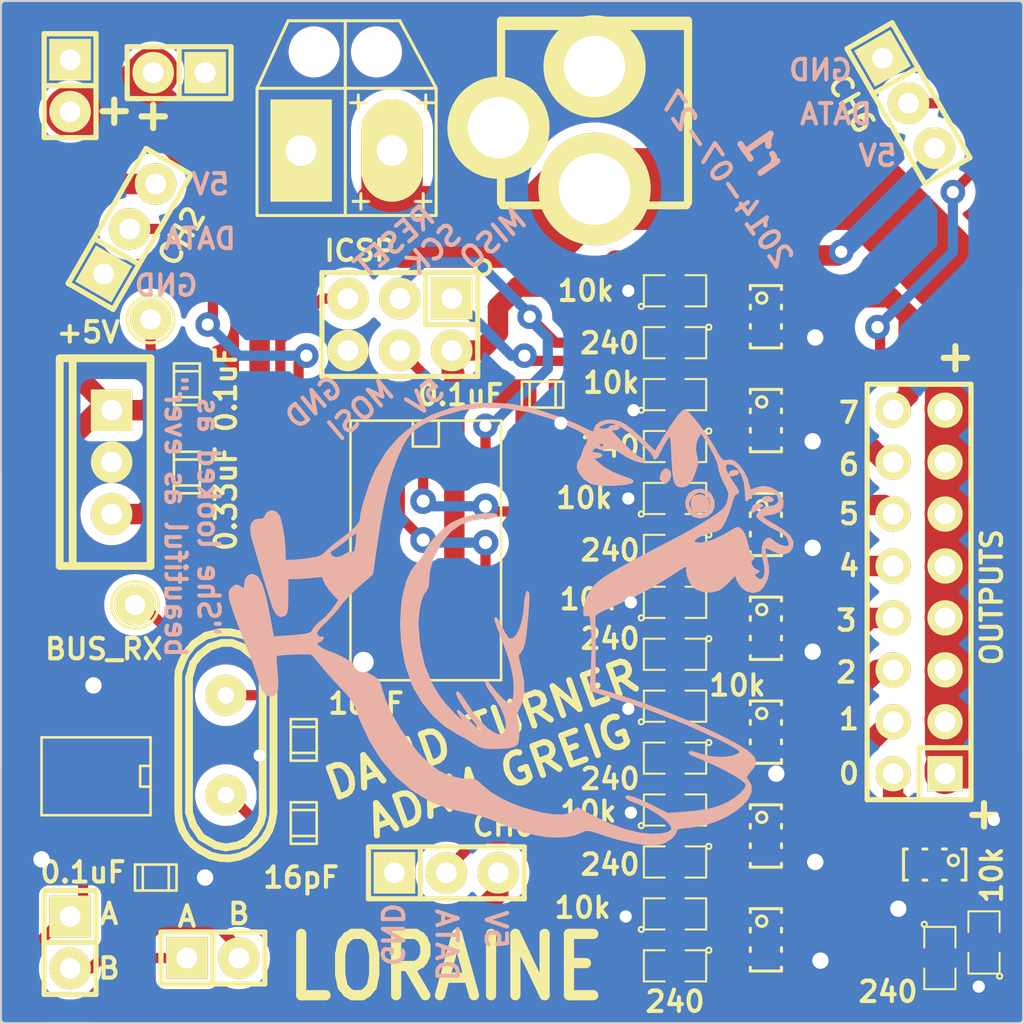
<source format=kicad_pcb>
(kicad_pcb (version 20221018) (generator pcbnew)
  (layers (0 "F.Cu" signal) (31 "B.Cu" signal) (34 "B.Paste" user) (35 "F.Paste" user) (36 "B.SilkS" user "B.Silkscreen") (37 "F.SilkS" user "F.Silkscreen") (38 "B.Mask" user) (39 "F.Mask" user) (44 "Edge.Cuts" user))
  (net 0 "")
  (net 1 "Net-(C1-Pad1)")
  (net 2 "GND")
  (net 3 "Net-(C2-Pad1)")
  (net 4 "+5V")
  (net 5 "Net-(IC1-Pad13)")
  (net 6 "Net-(IC1-Pad15)")
  (net 7 "Net-(IC1-Pad16)")
  (net 8 "/MOSI")
  (net 9 "/SCK")
  (net 10 "/RESET")
  (net 11 "Net-(IC1-Pad2)")
  (net 12 "Net-(Q1-PadG)")
  (net 13 "Net-(Q2-PadG)")
  (net 14 "Net-(Q3-PadG)")
  (net 15 "Net-(Q4-PadG)")
  (net 16 "Net-(Q5-PadG)")
  (net 17 "Net-(Q6-PadG)")
  (net 18 "Net-(Q7-PadG)")
  (net 19 "Net-(Q8-PadG)")
  (net 20 "VIN")
  (net 21 "/LED0")
  (net 22 "/LED6")
  (net 23 "/A")
  (net 24 "/B")
  (net 25 "/CH0")
  (net 26 "/CH1")
  (net 27 "/CH2")
  (net 28 "/CH3")
  (net 29 "/CH4")
  (net 30 "/CH5")
  (net 31 "/CH6")
  (net 32 "/CH7")
  (net 33 "/LED2")
  (net 34 "Net-(IC1-Pad11)")
  (net 35 "Net-(IC1-Pad3)")
  (net 36 "Net-(IC1-Pad6)")
  (net 37 "Net-(IC1-Pad7)")
  (net 38 "Net-(IC1-Pad8)")
  (net 39 "Net-(IC1-Pad9)")
  (net 40 "Net-(U2-Pad4)")
  (footprint "Connect:BARREL_JACK" (layer "F.Cu") (at 129.032 102.997 -90)
    (fp_text reference "CON1" hide)
    (fp_text value "BARREL_JACK" hide)
  )
  (footprint "Pin_Headers:Pin_Header_Straight_1x03" (layer "F.Cu") (at 106.29 111.148 60)
    (fp_text reference "K1" hide)
    (fp_text value "LED1" hide)
  )
  (footprint "Pin_Headers:Pin_Header_Straight_1x03" (layer "F.Cu") (at 121.784 142.644)
    (fp_text reference "K3" hide)
    (fp_text value "LED3" hide)
  )
  (footprint "solder_pad:SIL-2" (layer "F.Cu") (at 116.84 107.315)
    (fp_text reference "P3" hide)
    (fp_text value "SOLDER_PAD" hide)
  )
  (footprint "Pin_Headers:Pin_Header_Straight_2x03" (layer "F.Cu") (at 119.507 115.824 180)
    (fp_text reference "P6" hide)
    (fp_text value "ICSP")
  )
  (footprint "sot26:sot26" (layer "F.Cu") (at 145.669 142.24 180)
    (fp_text reference "Q1" hide)
    (fp_text value "TSM3460CX6" hide)
  )
  (footprint "sot26:sot26" (layer "F.Cu") (at 137.414 140.843 -90)
    (fp_text reference "Q3" hide)
    (fp_text value "TSM3460CX6" hide)
  )
  (footprint "sot26:sot26" (layer "F.Cu") (at 137.414 135.763 -90)
    (fp_text reference "Q4" hide)
    (fp_text value "TSM3460CX6" hide)
  )
  (footprint "sot26:sot26" (layer "F.Cu") (at 137.414 130.683 -90)
    (fp_text reference "Q5" hide)
    (fp_text value "TSM3460CX6" hide)
  )
  (footprint "SMD_Packages:SM0805" (layer "F.Cu") (at 145.923 146.812 -90)
    (fp_text reference "R1" hide)
    (fp_text value "240")
  )
  (footprint "SMD_Packages:SM0805" (layer "F.Cu") (at 132.969 142.113 180)
    (fp_text reference "R3" hide)
    (fp_text value "240")
  )
  (footprint "SMD_Packages:SM0805" (layer "F.Cu") (at 132.969 137.033 180)
    (fp_text reference "R4" hide)
    (fp_text value "240")
  )
  (footprint "SMD_Packages:SM0805" (layer "F.Cu") (at 132.969 121.793 180)
    (fp_text reference "R7" hide)
    (fp_text value "240")
  )
  (footprint "SMD_Packages:SM0805" (layer "F.Cu") (at 132.969 139.573)
    (fp_text reference "R11" hide)
    (fp_text value "10k")
  )
  (footprint "SMD_Packages:SO8E" (layer "F.Cu") (at 104.648 137.922 180)
    (fp_text reference "U2" hide)
    (fp_text value "SN65176BD" hide)
  )
  (footprint "SMD_Packages:SM0805" (layer "F.Cu") (at 132.969 119.253)
    (fp_text reference "R15" hide)
    (fp_text value "10k")
  )
  (footprint "SMD_Packages:SM0805" (layer "F.Cu") (at 132.969 124.333)
    (fp_text reference "R14" hide)
    (fp_text value "10k")
  )
  (footprint "SMD_Packages:SM0805" (layer "F.Cu") (at 132.969 129.413)
    (fp_text reference "R13" hide)
    (fp_text value "10k")
  )
  (footprint "SMD_Packages:SM0805" (layer "F.Cu") (at 132.969 134.493)
    (fp_text reference "R12" hide)
    (fp_text value "10k")
  )
  (footprint "SMD_Packages:SM0805" (layer "F.Cu") (at 148.082 146.05 90)
    (fp_text reference "R9" hide)
    (fp_text value "10k")
  )
  (footprint "SMD_Packages:SM0805" (layer "F.Cu") (at 132.969 131.953 180)
    (fp_text reference "R5" hide)
    (fp_text value "240")
  )
  (footprint "Capacitors_SMD:c_0805" (layer "F.Cu") (at 109.093 118.745 90)
    (fp_text reference "C5" hide)
    (fp_text value "0.1uF")
  )
  (footprint "Capacitors_SMD:c_0805" (layer "F.Cu") (at 107.569 142.875)
    (fp_text reference "C4" hide)
    (fp_text value "0.1uF")
  )
  (footprint "Capacitors_SMD:c_0805" (layer "F.Cu") (at 109.093 123.063 -90)
    (fp_text reference "C3" hide)
    (fp_text value "0.33uF")
  )
  (footprint "SMD_Packages:SM0805" (layer "F.Cu") (at 132.969 114.173)
    (fp_text reference "R16" hide)
    (fp_text value "10k")
  )
  (footprint "SMD_Packages:SM0805" (layer "F.Cu") (at 132.969 116.713 180)
    (fp_text reference "R8" hide)
    (fp_text value "240")
  )
  (footprint "sot26:sot26" (layer "F.Cu") (at 137.414 115.443 -90)
    (fp_text reference "Q8" hide)
    (fp_text value "TSM3460CX6" hide)
  )
  (footprint "SMD_Packages:SM0805" (layer "F.Cu") (at 132.969 144.653)
    (fp_text reference "R10" hide)
    (fp_text value "10k")
  )
  (footprint "SMD_Packages:SM0805" (layer "F.Cu") (at 132.969 147.193 180)
    (fp_text reference "R2" hide)
    (fp_text value "240")
  )
  (footprint "sot26:sot26" (layer "F.Cu") (at 137.414 145.923 -90)
    (fp_text reference "Q2" hide)
    (fp_text value "TSM3460CX6" hide)
  )
  (footprint "Pin_Headers:Pin_Header_Straight_1x03" (layer "F.Cu") (at 144.39 105 -60)
    (fp_text reference "K2" hide)
    (fp_text value "LED2" hide)
  )
  (footprint "SMD_Packages:SO20L" (layer "F.Cu") (at 120.777 126.873 -90)
    (fp_text reference "IC1" hide)
    (fp_text value "ATTINY2313A-S" hide)
  )
  (footprint "Capacitors_SMD:c_0805" (layer "F.Cu") (at 114.808 140.208 -90)
    (fp_text reference "C2" hide)
    (fp_text value "16pF")
  )
  (footprint "Capacitors_SMD:c_0805" (layer "F.Cu") (at 114.808 136.144 90)
    (fp_text reference "C1" hide)
    (fp_text value "16pF")
  )
  (footprint "Crystals:Crystal_HC49-U_Vertical" (layer "F.Cu") (at 110.998 136.398 -90)
    (fp_text reference "X1" hide)
    (fp_text value "16MHz" hide)
  )
  (footprint "sot26:sot26" (layer "F.Cu") (at 137.414 120.523 -90)
    (fp_text reference "Q7" hide)
    (fp_text value "TSM3460CX6" hide)
  )
  (footprint "Discret:TO220_VERT" (layer "F.Cu") (at 105.41 122.555 180)
    (fp_text reference "U1" hide)
    (fp_text value "UA7805CKCT" hide)
  )
  (footprint "Pin_Headers:Pin_Header_Straight_1x02" (layer "F.Cu") (at 103.378 104.14 -90)
    (fp_text reference "P1" hide)
    (fp_text value "POWER_THRU" hide)
  )
  (footprint "Pin_Headers:Pin_Header_Straight_1x02" (layer "F.Cu") (at 108.712 103.505 180)
    (fp_text reference "P2" hide)
    (fp_text value "POWER" hide)
  )
  (footprint "Pin_Headers:Pin_Header_Straight_1x02" (layer "F.Cu") (at 103.378 146.05 -90)
    (fp_text reference "P4" hide)
    (fp_text value "BUS" hide)
  )
  (footprint "Pin_Headers:Pin_Header_Straight_1x02" (layer "F.Cu") (at 110.363 146.812)
    (fp_text reference "P5" hide)
    (fp_text value "BUS_THRU" hide)
  )
  (footprint "SMD_Packages:SM0805" (layer "F.Cu") (at 132.969 126.873 180)
    (fp_text reference "R6" hide)
    (fp_text value "240")
  )
  (footprint "sot26:sot26" (layer "F.Cu") (at 137.414 125.603 -90)
    (fp_text reference "Q6" hide)
    (fp_text value "TSM3460CX6" hide)
  )
  (footprint "Pin_Headers:Pin_Header_Straight_2x08" (layer "F.Cu") (at 144.907 128.905 90)
    (fp_text reference "P7" hide)
    (fp_text value "OUTPUTS")
  )
  (footprint "Capacitors_SMD:c_0805" (layer "F.Cu") (at 126.492 119.253)
    (fp_text reference "C6" hide)
    (fp_text value "0.1uF")
  )
  (footprint "tp:TESTPOINT" (layer "F.Cu") (at 107.315 115.57)
    (fp_text reference "P8" hide)
    (fp_text value "+5V")
  )
  (footprint "tp:TESTPOINT" (layer "F.Cu") (at 106.553 129.54)
    (fp_text reference "P9" hide)
    (fp_text value "BUS_RX")
  )
  (footprint "lorraine:lorraine" (layer "B.Cu") (at 124.968 130.429 -90)
    (fp_text reference "G***" hide)
    (fp_text value "LOGO" hide)
  )
  (gr_circle (center 123.571 113.03) (end 123.317 113.284) (stroke (width 0.2)) (fill none) (layer "F.SilkS"))
  (gr_line (start 150 150) (end 100 150) (stroke (width 0.1)) (layer "Edge.Cuts"))
  (gr_line (start 100 150) (end 100 100) (stroke (width 0.1)) (layer "Edge.Cuts"))
  (gr_line (start 100 100) (end 150 100) (stroke (width 0.1)) (layer "Edge.Cuts"))
  (gr_line (start 150 100) (end 150 150) (stroke (width 0.1)) (layer "Edge.Cuts"))
  (gr_text "DATA" (at 140.843 105.537) (layer "B.SilkS") (effects (font (size 1 1) (thickness 0.2)) (justify mirror)))
  (gr_text "5V" (at 124.206 145.415 270) (layer "B.SilkS") (effects (font (size 1 1) (thickness 0.2)) (justify mirror)))
  (gr_text "5V" (at 110.236 108.966) (layer "B.SilkS") (effects (font (size 1 1) (thickness 0.2)) (justify mirror)))
  (gr_text "GND" (at 115.316 119.634 40) (layer "B.SilkS") (effects (font (size 1 1) (thickness 0.2)) (justify mirror)))
  (gr_text "GND" (at 140.081 103.378) (layer "B.SilkS") (effects (font (size 1 1) (thickness 0.2)) (justify mirror)))
  (gr_text "5V" (at 142.875 107.569) (layer "B.SilkS") (effects (font (size 1 1) (thickness 0.2)) (justify mirror)))
  (gr_text "GND" (at 108.077 113.919) (layer "B.SilkS") (effects (font (size 1 1) (thickness 0.2)) (justify mirror)))
  (gr_text "\"She looked as\nbeautiful as ever\"" (at 109.347 125.222 270) (layer "B.SilkS") (effects (font (size 1 1) (thickness 0.2)) (justify mirror)))
  (gr_text "DATA" (at 109.728 111.633) (layer "B.SilkS") (effects (font (size 1 1) (thickness 0.2)) (justify mirror)))
  (gr_text "RESET" (at 119.253 111.76 40) (layer "B.SilkS") (effects (font (size 1 1) (thickness 0.2)) (justify mirror)))
  (gr_text "SCK" (at 121.158 112.141 40) (layer "B.SilkS") (effects (font (size 1 1) (thickness 0.2)) (justify mirror)))
  (gr_text "2014-07-27" (at 135.4836 108.712 305) (layer "B.SilkS") (effects (font (size 1 1) (thickness 0.2)) (justify mirror)))
  (gr_text "MISO" (at 124.079 111.633 40) (layer "B.SilkS") (effects (font (size 1 1) (thickness 0.2)) (justify mirror)))
  (gr_text "5V" (at 120.777 119.38 40) (layer "B.SilkS") (effects (font (size 1 1) (thickness 0.2)) (justify mirror)))
  (gr_text "r1" (at 137.2362 107.3404 305) (layer "B.SilkS") (effects (font (size 1.5 1.5) (thickness 0.3)) (justify mirror)))
  (gr_text "DATA" (at 121.793 146.177 270) (layer "B.SilkS") (effects (font (size 1 1) (thickness 0.2)) (justify mirror)))
  (gr_text "MOSI" (at 117.602 120.015 40) (layer "B.SilkS") (effects (font (size 1 1) (thickness 0.2)) (justify mirror)))
  (gr_text "GND" (at 119.126 145.669 270) (layer "B.SilkS") (effects (font (size 1 1) (thickness 0.2)) (justify mirror)))
  (gr_text "4" (at 141.478 127.635) (layer "F.SilkS") (effects (font (size 1 1) (thickness 0.2))))
  (gr_text "A" (at 109.093 144.78) (layer "F.SilkS") (effects (font (size 1 1) (thickness 0.2))))
  (gr_text "CH2" (at 108.839 111.506 60) (layer "F.SilkS") (effects (font (size 1 1) (thickness 0.2))))
  (gr_text "CH6" (at 141.605 105.029 300) (layer "F.SilkS") (effects (font (size 1 1) (thickness 0.2))))
  (gr_text "+" (at 148.082 139.7) (layer "F.SilkS") (effects (font (size 1.5 1.5) (thickness 0.3))))
  (gr_text "2" (at 141.351 132.842) (layer "F.SilkS") (effects (font (size 1 1) (thickness 0.2))))
  (gr_text "A" (at 105.283 144.653) (layer "F.SilkS") (effects (font (size 1 1) (thickness 0.2))))
  (gr_text "6" (at 141.478 122.682) (layer "F.SilkS") (effects (font (size 1 1) (thickness 0.2))))
  (gr_text "+" (at 105.537 105.283) (layer "F.SilkS") (effects (font (size 1.5 1.5) (thickness 0.3))))
  (gr_text "+" (at 107.442 105.537) (layer "F.SilkS") (effects (font (size 1.5 1.5) (thickness 0.3))))
  (gr_text "B" (at 105.283 147.32) (layer "F.SilkS") (effects (font (size 1 1) (thickness 0.2))))
  (gr_text "B" (at 111.633 144.653) (layer "F.SilkS") (effects (font (size 1 1) (thickness 0.2))))
  (gr_text "+" (at 146.685 117.348) (layer "F.SilkS") (effects (font (size 1.5 1.5) (thickness 0.3))))
  (gr_text "CH0" (at 124.587 140.335) (layer "F.SilkS") (effects (font (size 1 1) (thickness 0.2))))
  (gr_text "3" (at 141.351 130.302) (layer "F.SilkS") (effects (font (size 1 1) (thickness 0.2))))
  (gr_text "1" (at 141.478 135.128) (layer "F.SilkS") (effects (font (size 1 1) (thickness 0.2))))
  (gr_text "7" (at 141.478 120.142) (layer "F.SilkS") (effects (font (size 1 1) (thickness 0.2))))
  (gr_text "DAVID TURNER\nADAM GREIG" (at 123.952 136.779 20) (layer "F.SilkS") (effects (font (size 1.5 1.5) (thickness 0.3))))
  (gr_text "LORAINE" (at 121.7676 147.2692) (layer "F.SilkS") (effects (font (size 3 2.5) (thickness 0.5))))
  (gr_text "5" (at 141.478 125.095) (layer "F.SilkS") (effects (font (size 1 1) (thickness 0.2))))
  (gr_text "0" (at 141.478 137.795) (layer "F.SilkS") (effects (font (size 1 1) (thickness 0.2))))
  (segment (start 113.57356 133.95706) (end 114.808 135.1915) (width 0.5) (layer "F.Cu") (net 1))
  (segment (start 115.189 124.968) (end 113.411 126.746) (width 0.5) (layer "F.Cu") (net 1))
  (segment (start 113.411 126.746) (end 113.411 133.7945) (width 0.5) (layer "F.Cu") (net 1))
  (segment (start 113.411 133.7945) (end 113.57356 133.95706) (width 0.5) (layer "F.Cu") (net 1))
  (segment (start 110.998 133.95706) (end 113.57356 133.95706) (width 0.5) (layer "F.Cu") (net 1))
  (segment (start 115.951 124.968) (end 115.189 124.968) (width 0.5) (layer "F.Cu") (net 1))
  (segment (start 130.81 134.493) (end 130.683 134.62) (width 1) (layer "F.Cu") (net 2))
  (segment (start 130.937 139.573) (end 130.81 139.7) (width 1) (layer "F.Cu") (net 2))
  (segment (start 130.683 144.653) (end 130.556 144.78) (width 1) (layer "F.Cu") (net 2))
  (segment (start 140.015 146.873) (end 140.081 146.939) (width 0.75) (layer "F.Cu") (net 2))
  (segment (start 144.719 143.571) (end 143.891 144.399) (width 0.75) (layer "F.Cu") (net 2))
  (segment (start 139.507 141.793) (end 139.827 142.113) (width 0.75) (layer "F.Cu") (net 2))
  (segment (start 139.507 131.633) (end 139.7 131.826) (width 0.75) (layer "F.Cu") (net 2))
  (segment (start 139.507 126.553) (end 139.7 126.746) (width 0.75) (layer "F.Cu") (net 2))
  (segment (start 139.634 121.473) (end 139.7 121.539) (width 0.75) (layer "F.Cu") (net 2))
  (segment (start 139.761 116.393) (end 139.827 116.459) (width 0.75) (layer "F.Cu") (net 2))
  (segment (start 105.8545 122.1105) (end 105.41 122.555) (width 1) (layer "F.Cu") (net 2))
  (segment (start 131.699 119.253) (end 130.937 120.015) (width 0.75) (layer "F.Cu") (net 2))
  (segment (start 102.743 141.224) (end 101.981 141.986) (width 0.75) (layer "F.Cu") (net 2))
  (segment (start 104.013 133.985) (end 104.521 133.477) (width 0.75) (layer "F.Cu") (net 2))
  (segment (start 105.283 134.239) (end 104.521 133.477) (width 0.75) (layer "F.Cu") (net 2))
  (segment (start 138.489 137.228) (end 137.922 137.795) (width 0.75) (layer "F.Cu") (net 2))
  (segment (start 117.475 132.588) (end 117.729 132.334) (width 0.75) (layer "F.Cu") (net 2))
  (segment (start 112.649 137.795) (end 114.1095 139.2555) (width 0.5) (layer "F.Cu") (net 2))
  (segment (start 112.649 137.795) (end 112.649 136.906) (width 0.5) (layer "F.Cu") (net 2))
  (segment (start 112.8395 137.0965) (end 112.649 136.906) (width 0.5) (layer "F.Cu") (net 2))
  (segment (start 127.4445 120.5865) (end 127.381 120.65) (width 0.75) (layer "F.Cu") (net 2))
  (segment (start 148.082 147.955) (end 147.828 148.209) (width 0.75) (layer "F.Cu") (net 2))
  (segment (start 132.0165 134.493) (end 130.81 134.493) (width 1) (layer "F.Cu") (net 2))
  (segment (start 127.4445 119.253) (end 127.4445 120.5865) (width 0.75) (layer "F.Cu") (net 2))
  (segment (start 138.489 141.793) (end 139.507 141.793) (width 0.75) (layer "F.Cu") (net 2))
  (segment (start 132.0165 114.173) (end 130.683 114.173) (width 1) (layer "F.Cu") (net 2))
  (segment (start 138.489 146.873) (end 140.015 146.873) (width 0.75) (layer "F.Cu") (net 2))
  (segment (start 138.489 136.713) (end 138.489 137.228) (width 0.75) (layer "F.Cu") (net 2))
  (segment (start 108.5215 142.875) (end 109.982 142.875) (width 0.75) (layer "F.Cu") (net 2))
  (segment (start 102.743 140.589) (end 102.743 141.224) (width 0.75) (layer "F.Cu") (net 2))
  (segment (start 114.808 137.0965) (end 114.808 139.2555) (width 0.5) (layer "F.Cu") (net 2))
  (segment (start 132.0165 139.573) (end 130.937 139.573) (width 1) (layer "F.Cu") (net 2))
  (segment (start 138.489 121.473) (end 139.634 121.473) (width 0.75) (layer "F.Cu") (net 2))
  (segment (start 132.0165 129.413) (end 130.81 129.413) (width 1) (layer "F.Cu") (net 2))
  (segment (start 138.489 116.393) (end 139.761 116.393) (width 0.75) (layer "F.Cu") (net 2))
  (segment (start 148.082 147.0025) (end 148.082 147.955) (width 0.75) (layer "F.Cu") (net 2))
  (segment (start 138.489 131.633) (end 139.507 131.633) (width 0.75) (layer "F.Cu") (net 2))
  (segment (start 115.951 132.588) (end 117.475 132.588) (width 0.75) (layer "F.Cu") (net 2))
  (segment (start 109.093 119.6975) (end 109.093 122.1105) (width 1) (layer "F.Cu") (net 2))
  (segment (start 105.283 135.255) (end 105.283 134.239) (width 0.75) (layer "F.Cu") (net 2))
  (segment (start 132.0165 144.653) (end 130.683 144.653) (width 1) (layer "F.Cu") (net 2))
  (segment (start 114.808 137.0965) (end 112.8395 137.0965) (width 0.5) (layer "F.Cu") (net 2))
  (segment (start 104.013 133.985) (end 104.013 135.255) (width 0.75) (layer "F.Cu") (net 2))
  (segment (start 109.093 122.1105) (end 105.8545 122.1105) (width 1) (layer "F.Cu") (net 2))
  (segment (start 144.719 143.315) (end 144.719 143.571) (width 0.75) (layer "F.Cu") (net 2))
  (segment (start 114.808 139.2555) (end 114.1095 139.2555) (width 0.5) (layer "F.Cu") (net 2))
  (segment (start 138.489 126.553) (end 139.507 126.553) (width 0.75) (layer "F.Cu") (net 2))
  (segment (start 132.0165 119.253) (end 131.699 119.253) (width 0.75) (layer "F.Cu") (net 2))
  (segment (start 132.0165 124.333) (end 130.683 124.333) (width 1) (layer "F.Cu") (net 2))
  (via (at 130.683 134.62) (size 1.2) (drill 0.6) (layers "F.Cu" "B.Cu") (net 2))
  (via (at 139.7 131.826) (size 1.5) (drill 0.8) (layers "F.Cu" "B.Cu") (net 2))
  (via (at 147.828 148.209) (size 1.2) (drill 0.6) (layers "F.Cu" "B.Cu") (net 2))
  (via (at 143.891 144.399) (size 1.5) (drill 0.8) (layers "F.Cu" "B.Cu") (net 2))
  (via (at 130.81 139.7) (size 1.2) (drill 0.6) (layers "F.Cu" "B.Cu") (net 2))
  (via (at 130.556 144.78) (size 1.2) (drill 0.6) (layers "F.Cu" "B.Cu") (net 2))
  (via (at 137.922 137.795) (size 1.5) (drill 0.8) (layers "F.Cu" "B.Cu") (net 2))
  (via (at 130.683 124.333) (size 1.2) (drill 0.6) (layers "F.Cu" "B.Cu") (net 2))
  (via (at 101.981 141.986) (size 1.5) (drill 0.8) (layers "F.Cu" "B.Cu") (net 2))
  (via (at 130.683 114.173) (size 1.2) (drill 0.6) (layers "F.Cu" "B.Cu") (net 2))
  (via (at 104.521 133.477) (size 1.5) (drill 0.8) (layers "F.Cu" "B.Cu") (net 2))
  (via (at 130.81 129.413) (size 1.2) (drill 0.6) (layers "F.Cu" "B.Cu") (net 2))
  (via (at 148.5646 140.0556) (size 1.2) (drill 0.6) (layers "F.Cu" "B.Cu") (net 2))
  (via (at 112.649 136.906) (size 1.2) (drill 0.6) (layers "F.Cu" "B.Cu") (net 2))
  (via (at 139.827 142.113) (size 1.5) (drill 0.8) (layers "F.Cu" "B.Cu") (net 2))
  (via (at 140.081 146.939) (size 1.5) (drill 0.8) (layers "F.Cu" "B.Cu") (net 2))
  (via (at 109.982 142.875) (size 1.5) (drill 0.8) (layers "F.Cu" "B.Cu") (net 2))
  (via (at 127.381 120.65) (size 1.26) (drill 0.635) (layers "F.Cu" "B.Cu") (net 2))
  (via (at 130.937 120.015) (size 1.2) (drill 0.6) (layers "F.Cu" "B.Cu") (net 2))
  (via (at 139.827 116.459) (size 1.5) (drill 0.8) (layers "F.Cu" "B.Cu") (net 2))
  (via (at 117.729 132.334) (size 1.5) (drill 1) (layers "F.Cu" "B.Cu") (net 2))
  (via (at 139.7 121.539) (size 1.5) (drill 0.8) (layers "F.Cu" "B.Cu") (net 2))
  (via (at 139.7 126.746) (size 1.5) (drill 0.8) (layers "F.Cu" "B.Cu") (net 2))
  (segment (start 148.1836 140.4366) (end 148.5646 140.0556) (width 0.5) (layer "B.Cu") (net 2))
  (segment (start 147.828 148.209) (end 148.1836 140.4366) (width 0.5) (layer "B.Cu") (net 2))
  (segment (start 111.15294 138.83894) (end 113.4745 141.1605) (width 0.5) (layer "F.Cu") (net 3))
  (segment (start 113.4745 141.1605) (end 114.808 141.1605) (width 0.5) (layer "F.Cu") (net 3))
  (segment (start 115.1255 141.1605) (end 116.205 140.081) (width 0.5) (layer "F.Cu") (net 3))
  (segment (start 116.205 140.081) (end 116.205 134.239) (width 0.5) (layer "F.Cu") (net 3))
  (segment (start 116.205 134.239) (end 115.57 133.604) (width 0.5) (layer "F.Cu") (net 3))
  (segment (start 115.57 133.604) (end 114.935 133.604) (width 0.5) (layer "F.Cu") (net 3))
  (segment (start 114.935 133.604) (end 114.427 133.096) (width 0.5) (layer "F.Cu") (net 3))
  (segment (start 114.427 133.096) (end 114.427 127) (width 0.5) (layer "F.Cu") (net 3))
  (segment (start 114.427 127) (end 115.189 126.238) (width 0.5) (layer "F.Cu") (net 3))
  (segment (start 115.189 126.238) (end 115.951 126.238) (width 0.5) (layer "F.Cu") (net 3))
  (segment (start 114.808 141.1605) (end 115.1255 141.1605) (width 0.5) (layer "F.Cu") (net 3))
  (segment (start 110.998 138.83894) (end 111.15294 138.83894) (width 0.5) (layer "F.Cu") (net 3))
  (segment (start 107.061 120.015) (end 107.442 119.634) (width 1) (layer "F.Cu") (net 4))
  (segment (start 107.442 119.634) (end 107.442 118.364) (width 1) (layer "F.Cu") (net 4))
  (segment (start 107.442 118.364) (end 108.0135 117.7925) (width 1) (layer "F.Cu") (net 4))
  (segment (start 108.0135 117.7925) (end 109.093 117.7925) (width 1) (layer "F.Cu") (net 4))
  (segment (start 125.5395 121.0945) (end 125.603 121.158) (width 0.75) (layer "F.Cu") (net 4))
  (segment (start 105.046705 108.948295) (end 102.489 111.506) (width 1) (layer "F.Cu") (net 4))
  (segment (start 102.489 111.506) (end 102.489 117.094) (width 1) (layer "F.Cu") (net 4))
  (segment (start 102.489 117.094) (end 105.41 120.015) (width 1) (layer "F.Cu") (net 4))
  (segment (start 104.775 120.015) (end 101.219 123.571) (width 1) (layer "F.Cu") (net 4))
  (segment (start 101.219 123.571) (end 101.219 136.906) (width 1) (layer "F.Cu") (net 4))
  (segment (start 101.219 136.906) (end 102.362 138.049) (width 1) (layer "F.Cu") (net 4))
  (segment (start 102.362 138.049) (end 105.41 138.049) (width 1) (layer "F.Cu") (net 4))
  (segment (start 105.41 138.049) (end 106.553 139.192) (width 1) (layer "F.Cu") (net 4))
  (segment (start 106.553 139.192) (end 106.553 140.589) (width 1) (layer "F.Cu") (net 4))
  (segment (start 115.6335 142.8115) (end 116.586 143.764) (width 1) (layer "F.Cu") (net 4))
  (segment (start 117.729 144.907) (end 123.063 144.907) (width 1) (layer "F.Cu") (net 4))
  (segment (start 123.063 144.907) (end 124.324 143.646) (width 1) (layer "F.Cu") (net 4))
  (segment (start 124.324 143.646) (end 124.324 142.644) (width 1) (layer "F.Cu") (net 4))
  (segment (start 122.047 118.11) (end 122.174 118.237) (width 1) (layer "F.Cu") (net 4))
  (segment (start 122.174 118.237) (end 122.174 119.253) (width 1) (layer "F.Cu") (net 4))
  (segment (start 106.553 142.8115) (end 106.6165 142.875) (width 0.75) (layer "F.Cu") (net 4))
  (segment (start 108.712 140.589) (end 109.22 141.097) (width 1) (layer "F.Cu") (net 4))
  (segment (start 109.22 141.097) (end 111.252 141.097) (width 1) (layer "F.Cu") (net 4))
  (segment (start 111.252 141.097) (end 112.9665 142.8115) (width 1) (layer "F.Cu") (net 4))
  (segment (start 112.9665 142.8115) (end 115.8875 142.8115) (width 1) (layer "F.Cu") (net 4))
  (segment (start 116.586 143.764) (end 117.729 144.907) (width 1) (layer "F.Cu") (net 4))
  (segment (start 116.586 141.732) (end 122.174 136.144) (width 1) (layer "F.Cu") (net 4))
  (segment (start 116.586 142.367) (end 115.8875 143.0655) (width 1) (layer "F.Cu") (net 4))
  (segment (start 115.8875 142.8115) (end 115.8875 143.0655) (width 1) (layer "F.Cu") (net 4))
  (segment (start 115.8875 142.8115) (end 115.6335 142.8115) (width 1) (layer "F.Cu") (net 4))
  (segment (start 123.444 117.094) (end 124.3076 116.2304) (width 1) (layer "F.Cu") (net 4))
  (segment (start 124.3076 116.2304) (end 124.3076 114.9604) (width 1) (layer "F.Cu") (net 4))
  (segment (start 124.3076 114.9604) (end 125.2982 113.9698) (width 1) (layer "F.Cu") (net 4))
  (segment (start 125.2982 113.9698) (end 128.778 113.9698) (width 1) (layer "F.Cu") (net 4))
  (segment (start 128.778 113.9698) (end 130.048 112.6998) (width 1) (layer "F.Cu") (net 4))
  (segment (start 130.048 112.6998) (end 130.8354 112.6998) (width 1) (layer "F.Cu") (net 4))
  (segment (start 130.8354 112.6998) (end 131.0894 112.4458) (width 1) (layer "F.Cu") (net 4))
  (segment (start 131.0894 112.4458) (end 140.9192 112.4458) (width 1) (layer "F.Cu") (net 4))
  (segment (start 140.9192 112.4458) (end 141.097 112.268) (width 1) (layer "F.Cu") (net 4))
  (segment (start 107.315 117.094) (end 108.0135 117.7925) (width 0.5) (layer "F.Cu") (net 4))
  (segment (start 122.174 131.953) (end 122.174 136.144) (width 1) (layer "F.Cu") (net 4))
  (segment (start 107.315 115.57) (end 107.315 117.094) (width 0.5) (layer "F.Cu") (net 4))
  (segment (start 106.553 140.589) (end 106.553 142.8115) (width 0.75) (layer "F.Cu") (net 4))
  (segment (start 125.5395 119.253) (end 125.5395 121.0945) (width 0.75) (layer "F.Cu") (net 4))
  (segment (start 122.047 117.094) (end 123.444 117.094) (width 1) (layer "F.Cu") (net 4))
  (segment (start 122.174 131.953) (end 122.174 128.143) (width 1) (layer "F.Cu") (net 4))
  (segment (start 107.56 108.948295) (end 105.046705 108.948295) (width 1) (layer "F.Cu") (net 4))
  (segment (start 106.553 140.589) (end 108.712 140.589) (width 1) (layer "F.Cu") (net 4))
  (segment (start 122.174 128.143) (end 122.174 119.253) (width 1) (layer "F.Cu") (net 4))
  (segment (start 116.586 141.732) (end 116.586 142.367) (width 1) (layer "F.Cu") (net 4))
  (segment (start 105.41 120.015) (end 107.061 120.015) (width 1) (layer "F.Cu") (net 4))
  (segment (start 122.047 117.094) (end 122.047 118.11) (width 1) (layer "F.Cu") (net 4))
  (segment (start 107.56 108.948295) (end 107.583293 108.948295) (width 1) (layer "F.Cu") (net 4))
  (segment (start 122.174 119.253) (end 125.5395 119.253) (width 1) (layer "F.Cu") (net 4))
  (segment (start 125.5395 119.253) (end 125.5395 119.1895) (width 1) (layer "F.Cu") (net 4))
  (segment (start 105.41 120.015) (end 104.775 120.015) (width 1) (layer "F.Cu") (net 4))
  (via (at 141.097 112.268) (size 1.2) (drill 0.6) (layers "F.Cu" "B.Cu") (net 4))
  (segment (start 145.66 107.578) (end 145.66 107.199705) (width 1) (layer "B.Cu") (net 4))
  (segment (start 145.66 107.578) (end 145.66 107.199705) (width 1) (layer "B.Cu") (net 4))
  (segment (start 141.097 112.268) (end 145.66 107.705) (width 1) (layer "B.Cu") (net 4))
  (segment (start 145.66 107.705) (end 145.66 107.199705) (width 1) (layer "B.Cu") (net 4))
  (segment (start 107.56 108.948295) (end 107.967705 108.948295) (width 1) (layer "B.Cu") (net 4))
  (segment (start 126.238 130.048) (end 127.127 130.937) (width 0.5) (layer "F.Cu") (net 5))
  (segment (start 127.127 130.937) (end 127.127 136.398) (width 0.5) (layer "F.Cu") (net 5))
  (segment (start 127.127 136.398) (end 128.778 138.049) (width 0.5) (layer "F.Cu") (net 5))
  (segment (start 128.778 138.049) (end 128.778 144.907) (width 0.5) (layer "F.Cu") (net 5))
  (segment (start 128.778 144.907) (end 131.064 147.193) (width 0.5) (layer "F.Cu") (net 5))
  (segment (start 131.064 147.193) (end 132.0165 147.193) (width 0.5) (layer "F.Cu") (net 5))
  (segment (start 125.603 130.048) (end 126.238 130.048) (width 0.5) (layer "F.Cu") (net 5))
  (segment (start 127 127.508) (end 128.905 129.413) (width 0.5) (layer "F.Cu") (net 6))
  (segment (start 128.905 129.413) (end 128.905 134.874) (width 0.5) (layer "F.Cu") (net 6))
  (segment (start 128.905 134.874) (end 131.064 137.033) (width 0.5) (layer "F.Cu") (net 6))
  (segment (start 131.064 137.033) (end 132.0165 137.033) (width 0.5) (layer "F.Cu") (net 6))
  (segment (start 125.603 127.508) (end 127 127.508) (width 0.5) (layer "F.Cu") (net 6))
  (segment (start 127.254 126.238) (end 129.667 128.651) (width 0.5) (layer "F.Cu") (net 7))
  (segment (start 129.667 128.651) (end 129.667 130.556) (width 0.5) (layer "F.Cu") (net 7))
  (segment (start 129.667 130.683) (end 130.937 131.953) (width 0.5) (layer "F.Cu") (net 7))
  (segment (start 130.937 131.953) (end 132.0165 131.953) (width 0.5) (layer "F.Cu") (net 7))
  (segment (start 129.667 130.556) (end 129.667 130.683) (width 0.5) (layer "F.Cu") (net 7))
  (segment (start 125.603 126.238) (end 127.254 126.238) (width 0.5) (layer "F.Cu") (net 7))
  (segment (start 129.159 124.968) (end 131.064 126.873) (width 0.5) (layer "F.Cu") (net 8))
  (segment (start 131.064 126.873) (end 132.0165 126.873) (width 0.5) (layer "F.Cu") (net 8))
  (segment (start 123.952 124.968) (end 123.698 124.714) (width 0.5) (layer "F.Cu") (net 8))
  (segment (start 120.65 124.46) (end 120.904 124.206) (width 0.5) (layer "F.Cu") (net 8))
  (segment (start 120.65 118.237) (end 119.507 117.094) (width 0.5) (layer "F.Cu") (net 8))
  (segment (start 125.603 124.968) (end 123.952 124.968) (width 0.5) (layer "F.Cu") (net 8))
  (segment (start 120.65 124.46) (end 120.65 118.237) (width 0.5) (layer "F.Cu") (net 8))
  (segment (start 125.603 124.968) (end 129.159 124.968) (width 0.5) (layer "F.Cu") (net 8))
  (via (at 123.698 124.714) (size 1.26) (drill 0.635) (layers "F.Cu" "B.Cu") (net 8))
  (via (at 120.65 124.46) (size 1.26) (drill 0.635) (layers "F.Cu" "B.Cu") (net 8))
  (segment (start 120.904 124.714) (end 120.65 124.46) (width 0.5) (layer "B.Cu") (net 8))
  (segment (start 123.698 124.714) (end 120.904 124.714) (width 0.5) (layer "B.Cu") (net 8))
  (segment (start 132.0165 117.1575) (end 132.0165 116.713) (width 0.5) (layer "F.Cu") (net 9))
  (segment (start 125.857 115.443) (end 127.127 116.713) (width 0.5) (layer "F.Cu") (net 9))
  (segment (start 127.127 116.713) (end 132.0165 116.713) (width 0.5) (layer "F.Cu") (net 9))
  (segment (start 123.698 120.777) (end 123.698 121.92) (width 0.5) (layer "F.Cu") (net 9))
  (segment (start 123.698 121.92) (end 124.206 122.428) (width 0.5) (layer "F.Cu") (net 9))
  (segment (start 124.206 122.428) (end 125.603 122.428) (width 0.5) (layer "F.Cu") (net 9))
  (via (at 123.698 120.777) (size 1.2) (drill 0.6) (layers "F.Cu" "B.Cu") (net 9))
  (via (at 125.857 115.443) (size 1.2) (drill 0.6) (layers "F.Cu" "B.Cu") (net 9))
  (segment (start 119.507 113.919) (end 120.65 112.776) (width 0.5) (layer "B.Cu") (net 9))
  (segment (start 120.65 112.776) (end 123.317 112.776) (width 0.5) (layer "B.Cu") (net 9))
  (segment (start 123.317 112.776) (end 125.857 115.316) (width 0.5) (layer "B.Cu") (net 9))
  (segment (start 125.857 115.316) (end 125.857 115.443) (width 0.5) (layer "B.Cu") (net 9))
  (segment (start 125.857 115.57) (end 126.746 116.459) (width 0.5) (layer "B.Cu") (net 9))
  (segment (start 126.746 116.459) (end 126.746 117.983) (width 0.5) (layer "B.Cu") (net 9))
  (segment (start 126.746 117.983) (end 123.952 120.777) (width 0.5) (layer "B.Cu") (net 9))
  (segment (start 123.952 120.777) (end 123.698 120.777) (width 0.5) (layer "B.Cu") (net 9))
  (segment (start 119.507 114.554) (end 119.507 113.919) (width 0.5) (layer "B.Cu") (net 9))
  (segment (start 125.857 115.443) (end 125.857 115.57) (width 0.5) (layer "B.Cu") (net 9))
  (segment (start 113.665 119.126) (end 113.665 116.586) (width 0.5) (layer "F.Cu") (net 10))
  (segment (start 113.665 116.586) (end 115.697 114.554) (width 0.5) (layer "F.Cu") (net 10))
  (segment (start 116.967 114.554) (end 115.697 114.554) (width 0.5) (layer "F.Cu") (net 10))
  (segment (start 113.665 120.777) (end 114.046 121.158) (width 0.5) (layer "F.Cu") (net 10))
  (segment (start 114.046 121.158) (end 115.951 121.158) (width 0.5) (layer "F.Cu") (net 10))
  (segment (start 113.665 119.126) (end 113.665 120.777) (width 0.5) (layer "F.Cu") (net 10))
  (segment (start 115.951 121.158) (end 115.697 121.158) (width 0.5) (layer "F.Cu") (net 10))
  (segment (start 114.280002 122.428) (end 113.792 122.916002) (width 0.5) (layer "F.Cu") (net 11))
  (segment (start 113.792 122.916002) (end 113.792 125.095) (width 0.5) (layer "F.Cu") (net 11))
  (segment (start 113.792 125.095) (end 108.1405 130.7465) (width 0.5) (layer "F.Cu") (net 11))
  (segment (start 106.553 132.334) (end 106.553 135.255) (width 0.5) (layer "F.Cu") (net 11))
  (segment (start 106.934 129.54) (end 108.1405 130.7465) (width 0.5) (layer "F.Cu") (net 11))
  (segment (start 108.1405 130.7465) (end 107.6325 131.2545) (width 0.5) (layer "F.Cu") (net 11))
  (segment (start 107.6325 131.2545) (end 106.553 132.334) (width 0.5) (layer "F.Cu") (net 11))
  (segment (start 106.553 129.54) (end 106.934 129.54) (width 0.5) (layer "F.Cu") (net 11))
  (segment (start 115.951 122.428) (end 114.280002 122.428) (width 0.5) (layer "F.Cu") (net 11))
  (segment (start 144.719 141.412) (end 142.367 143.764) (width 0.5) (layer "F.Cu") (net 12))
  (segment (start 142.367 143.764) (end 142.367 144.907) (width 0.5) (layer "F.Cu") (net 12))
  (segment (start 142.367 144.907) (end 143.256 145.796) (width 0.5) (layer "F.Cu") (net 12))
  (segment (start 143.256 145.796) (end 145.8595 145.796) (width 0.5) (layer "F.Cu") (net 12))
  (segment (start 145.8595 145.796) (end 145.923 145.8595) (width 0.5) (layer "F.Cu") (net 12))
  (segment (start 146.685 145.0975) (end 145.923 145.8595) (width 0.5) (layer "F.Cu") (net 12))
  (segment (start 148.082 145.0975) (end 146.685 145.0975) (width 0.5) (layer "F.Cu") (net 12))
  (segment (start 144.719 141.165) (end 144.719 141.412) (width 0.5) (layer "F.Cu") (net 12))
  (segment (start 134.2415 146.873) (end 133.9215 147.193) (width 0.5) (layer "F.Cu") (net 13))
  (segment (start 136.339 146.873) (end 134.2415 146.873) (width 0.5) (layer "F.Cu") (net 13))
  (segment (start 133.9215 144.653) (end 133.9215 147.193) (width 0.5) (layer "F.Cu") (net 13))
  (segment (start 134.2415 141.793) (end 133.9215 142.113) (width 0.5) (layer "F.Cu") (net 14))
  (segment (start 133.9215 139.573) (end 133.9215 142.113) (width 0.5) (layer "F.Cu") (net 14))
  (segment (start 136.339 141.793) (end 134.2415 141.793) (width 0.5) (layer "F.Cu") (net 14))
  (segment (start 134.2415 136.713) (end 133.9215 137.033) (width 0.5) (layer "F.Cu") (net 15))
  (segment (start 136.339 136.713) (end 134.2415 136.713) (width 0.5) (layer "F.Cu") (net 15))
  (segment (start 133.9215 134.493) (end 133.9215 137.033) (width 0.5) (layer "F.Cu") (net 15))
  (segment (start 134.2415 131.633) (end 133.9215 131.953) (width 0.5) (layer "F.Cu") (net 16))
  (segment (start 136.339 131.633) (end 134.2415 131.633) (width 0.5) (layer "F.Cu") (net 16))
  (segment (start 133.9215 129.413) (end 133.9215 131.953) (width 0.5) (layer "F.Cu") (net 16))
  (segment (start 134.2415 126.553) (end 133.9215 126.873) (width 0.5) (layer "F.Cu") (net 17))
  (segment (start 136.339 126.553) (end 134.2415 126.553) (width 0.5) (layer "F.Cu") (net 17))
  (segment (start 133.9215 124.333) (end 133.9215 126.873) (width 0.5) (layer "F.Cu") (net 17))
  (segment (start 134.2415 121.473) (end 133.9215 121.793) (width 0.5) (layer "F.Cu") (net 18))
  (segment (start 136.339 121.473) (end 134.2415 121.473) (width 0.5) (layer "F.Cu") (net 18))
  (segment (start 133.9215 119.253) (end 133.9215 121.793) (width 0.5) (layer "F.Cu") (net 18))
  (segment (start 134.2415 116.393) (end 133.9215 116.713) (width 0.5) (layer "F.Cu") (net 19))
  (segment (start 136.339 116.393) (end 134.2415 116.393) (width 0.5) (layer "F.Cu") (net 19))
  (segment (start 133.9215 116.713) (end 133.9215 114.173) (width 0.5) (layer "F.Cu") (net 19))
  (segment (start 147.193 116.713) (end 147.193 117.348) (width 4) (layer "F.Cu") (net 20))
  (segment (start 146.177 119.888) (end 147.193 118.872) (width 2) (layer "F.Cu") (net 20))
  (segment (start 147.193 118.872) (end 147.193 121.793) (width 4) (layer "F.Cu") (net 20))
  (segment (start 146.431 122.555) (end 147.193 121.793) (width 2) (layer "F.Cu") (net 20))
  (segment (start 147.193 121.793) (end 147.193 124.714) (width 4) (layer "F.Cu") (net 20))
  (segment (start 146.812 125.095) (end 147.193 124.714) (width 2) (layer "F.Cu") (net 20))
  (segment (start 147.193 124.714) (end 147.193 127.254) (width 4) (layer "F.Cu") (net 20))
  (segment (start 146.812 127.635) (end 147.193 127.254) (width 2) (layer "F.Cu") (net 20))
  (segment (start 147.193 127.254) (end 147.193 129.667) (width 4) (layer "F.Cu") (net 20))
  (segment (start 146.685 130.175) (end 147.193 129.667) (width 2) (layer "F.Cu") (net 20))
  (segment (start 147.193 129.667) (end 147.193 131.699) (width 4) (layer "F.Cu") (net 20))
  (segment (start 146.685 130.175) (end 147.193 129.667) (width 2) (layer "F.Cu") (net 20))
  (segment (start 147.193 131.699) (end 147.701 131.699) (width 2) (layer "F.Cu") (net 20))
  (segment (start 147.701 131.699) (end 147.193 131.699) (width 2) (layer "F.Cu") (net 20))
  (segment (start 147.193 131.699) (end 147.193 134.112) (width 4) (layer "F.Cu") (net 20))
  (segment (start 146.177 135.128) (end 147.193 134.112) (width 2) (layer "F.Cu") (net 20))
  (segment (start 147.193 134.112) (end 147.193 136.525) (width 4) (layer "F.Cu") (net 20))
  (segment (start 146.177 137.541) (end 147.193 136.525) (width 2) (layer "F.Cu") (net 20))
  (segment (start 108.0135 124.0155) (end 107.061 124.968) (width 1) (layer "F.Cu") (net 20))
  (segment (start 106.934 125.095) (end 105.41 125.095) (width 1) (layer "F.Cu") (net 20))
  (segment (start 142.21714 109.19714) (end 147.193 114.173) (width 4) (layer "F.Cu") (net 20))
  (segment (start 147.193 114.173) (end 147.193 116.713) (width 4) (layer "F.Cu") (net 20))
  (segment (start 105.537 105.41) (end 107.442 103.505) (width 2.5) (layer "F.Cu") (net 20))
  (segment (start 107.696 105.41) (end 110.998 108.712) (width 2.5) (layer "F.Cu") (net 20))
  (segment (start 110.998 110.49) (end 112.141 111.633) (width 2.5) (layer "F.Cu") (net 20))
  (segment (start 112.141 111.633) (end 115.189 111.633) (width 2.5) (layer "F.Cu") (net 20))
  (segment (start 117.983 111.633) (end 119.126 110.49) (width 2.5) (layer "F.Cu") (net 20))
  (segment (start 107.061 124.968) (end 106.934 125.095) (width 1) (layer "F.Cu") (net 20))
  (segment (start 107.823 125.73) (end 111.506 125.73) (width 1) (layer "F.Cu") (net 20))
  (segment (start 111.506 125.73) (end 112.649 124.587) (width 1) (layer "F.Cu") (net 20))
  (segment (start 112.649 124.587) (end 112.649 116.078) (width 1) (layer "F.Cu") (net 20))
  (segment (start 112.649 116.078) (end 115.189 113.538) (width 1) (layer "F.Cu") (net 20))
  (segment (start 115.189 113.538) (end 115.189 111.633) (width 1) (layer "F.Cu") (net 20))
  (segment (start 115.189 111.633) (end 117.983 111.633) (width 2.5) (layer "F.Cu") (net 20))
  (segment (start 128.36906 109.19714) (end 126.5174 111.0488) (width 4) (layer "F.Cu") (net 20))
  (segment (start 126.5174 111.0488) (end 119.6848 111.0488) (width 4) (layer "F.Cu") (net 20))
  (segment (start 119.6848 111.0488) (end 119.126 110.49) (width 4) (layer "F.Cu") (net 20))
  (segment (start 129.032 109.19714) (end 128.36906 109.19714) (width 4) (layer "F.Cu") (net 20))
  (segment (start 110.998 108.712) (end 110.998 110.49) (width 2.5) (layer "F.Cu") (net 20))
  (segment (start 146.177 120.015) (end 146.177 119.888) (width 2) (layer "F.Cu") (net 20))
  (segment (start 146.177 127.635) (end 146.812 127.635) (width 2) (layer "F.Cu") (net 20))
  (segment (start 146.177 130.175) (end 146.685 130.175) (width 2) (layer "F.Cu") (net 20))
  (segment (start 129.032 109.19714) (end 129.032 109.22) (width 4) (layer "F.Cu") (net 20))
  (segment (start 107.061 124.968) (end 107.823 125.73) (width 1) (layer "F.Cu") (net 20))
  (segment (start 146.177 135.255) (end 146.177 135.128) (width 2) (layer "F.Cu") (net 20))
  (segment (start 105.537 105.41) (end 107.696 105.41) (width 2.5) (layer "F.Cu") (net 20))
  (segment (start 146.177 125.095) (end 146.812 125.095) (width 2) (layer "F.Cu") (net 20))
  (segment (start 119.126 107.315) (end 119.126 110.49) (width 3) (layer "F.Cu") (net 20))
  (segment (start 147.193 116.713) (end 147.193 118.872) (width 4) (layer "F.Cu") (net 20))
  (segment (start 146.177 122.555) (end 146.431 122.555) (width 2) (layer "F.Cu") (net 20))
  (segment (start 129.032 109.19714) (end 142.21714 109.19714) (width 4) (layer "F.Cu") (net 20))
  (segment (start 146.177 132.715) (end 147.193 131.699) (width 2) (layer "F.Cu") (net 20))
  (segment (start 146.177 137.795) (end 146.177 137.541) (width 2) (layer "F.Cu") (net 20))
  (segment (start 109.093 124.0155) (end 108.0135 124.0155) (width 1) (layer "F.Cu") (net 20))
  (segment (start 103.378 105.41) (end 105.537 105.41) (width 2.5) (layer "F.Cu") (net 20))
  (segment (start 124.714 131.318) (end 124.206 131.826) (width 0.5) (layer "F.Cu") (net 21))
  (segment (start 124.206 131.826) (end 124.206 133.096) (width 0.5) (layer "F.Cu") (net 21))
  (segment (start 124.206 133.096) (end 124.714 133.604) (width 0.5) (layer "F.Cu") (net 21))
  (segment (start 124.714 133.604) (end 125.864998 133.604) (width 0.5) (layer "F.Cu") (net 21))
  (segment (start 125.864998 133.604) (end 126.238 133.977002) (width 0.5) (layer "F.Cu") (net 21))
  (segment (start 126.238 133.977002) (end 126.238 136.779) (width 0.5) (layer "F.Cu") (net 21))
  (segment (start 126.238 136.779) (end 127.889 138.43) (width 0.5) (layer "F.Cu") (net 21))
  (segment (start 127.889 138.43) (end 127.889 140.081) (width 0.5) (layer "F.Cu") (net 21))
  (segment (start 121.784 142.503) (end 123.317 140.97) (width 0.5) (layer "F.Cu") (net 21))
  (segment (start 123.317 140.97) (end 127.762 140.97) (width 0.5) (layer "F.Cu") (net 21))
  (segment (start 127.762 140.97) (end 127.889 140.97) (width 0.5) (layer "F.Cu") (net 21))
  (segment (start 127.762 145.288) (end 131.064 148.59) (width 0.5) (layer "F.Cu") (net 21))
  (segment (start 131.064 148.59) (end 134.493 148.59) (width 0.5) (layer "F.Cu") (net 21))
  (segment (start 134.493 148.59) (end 135.255 147.828) (width 0.5) (layer "F.Cu") (net 21))
  (segment (start 135.255 147.828) (end 138.811 147.828) (width 0.5) (layer "F.Cu") (net 21))
  (segment (start 138.811 147.828) (end 139.319 148.336) (width 0.5) (layer "F.Cu") (net 21))
  (segment (start 139.319 148.336) (end 140.716 148.336) (width 0.5) (layer "F.Cu") (net 21))
  (segment (start 140.716 148.336) (end 141.2875 147.7645) (width 0.5) (layer "F.Cu") (net 21))
  (segment (start 141.2875 147.7645) (end 145.923 147.7645) (width 0.5) (layer "F.Cu") (net 21))
  (segment (start 121.784 142.644) (end 121.784 142.63) (width 0.5) (layer "F.Cu") (net 21))
  (segment (start 121.784 142.644) (end 121.784 142.503) (width 0.5) (layer "F.Cu") (net 21))
  (segment (start 127.762 140.97) (end 127.762 145.288) (width 0.5) (layer "F.Cu") (net 21))
  (segment (start 127.889 140.081) (end 127.889 140.97) (width 0.5) (layer "F.Cu") (net 21))
  (segment (start 125.603 131.318) (end 124.714 131.318) (width 0.5) (layer "F.Cu") (net 21))
  (segment (start 131.8895 121.666) (end 132.0165 121.793) (width 0.5) (layer "F.Cu") (net 22))
  (segment (start 130.429 121.793) (end 132.0165 121.793) (width 0.5) (layer "F.Cu") (net 22))
  (segment (start 126.873 123.698) (end 129.6035 120.9675) (width 0.5) (layer "F.Cu") (net 22))
  (segment (start 129.6035 120.9675) (end 130.429 121.793) (width 0.5) (layer "F.Cu") (net 22))
  (segment (start 129.6035 118.5545) (end 129.6035 120.9675) (width 0.5) (layer "F.Cu") (net 22))
  (segment (start 130.302 117.983) (end 129.7305 118.5545) (width 0.5) (layer "F.Cu") (net 22))
  (segment (start 130.302 117.983) (end 140.081 117.983) (width 0.5) (layer "F.Cu") (net 22))
  (segment (start 146.558 109.347) (end 147.701 108.204) (width 0.5) (layer "F.Cu") (net 22))
  (segment (start 147.701 108.204) (end 147.701 106.426) (width 0.5) (layer "F.Cu") (net 22))
  (segment (start 147.701 106.426) (end 146.275 105) (width 0.5) (layer "F.Cu") (net 22))
  (segment (start 144.39 105) (end 146.275 105) (width 0.5) (layer "F.Cu") (net 22))
  (segment (start 125.603 117.348) (end 125.857 117.602) (width 0.5) (layer "F.Cu") (net 22))
  (segment (start 125.857 117.602) (end 128.778 117.602) (width 0.5) (layer "F.Cu") (net 22))
  (segment (start 128.778 117.602) (end 129.7305 118.5545) (width 0.5) (layer "F.Cu") (net 22))
  (segment (start 142.494 117.983) (end 143.002 117.475) (width 0.5) (layer "F.Cu") (net 22))
  (segment (start 143.002 117.475) (end 143.002 116.078) (width 0.5) (layer "F.Cu") (net 22))
  (segment (start 143.002 116.078) (end 142.875 115.951) (width 0.5) (layer "F.Cu") (net 22))
  (segment (start 129.6035 118.5545) (end 129.7305 118.5545) (width 0.5) (layer "F.Cu") (net 22))
  (segment (start 140.843 117.983) (end 142.494 117.983) (width 0.5) (layer "F.Cu") (net 22))
  (segment (start 140.081 117.983) (end 140.843 117.983) (width 0.5) (layer "F.Cu") (net 22))
  (segment (start 125.603 123.698) (end 126.873 123.698) (width 0.5) (layer "F.Cu") (net 22))
  (via (at 142.875 115.951) (size 1.2) (drill 0.6) (layers "F.Cu" "B.Cu") (net 22))
  (via (at 146.558 109.347) (size 1.2) (drill 0.6) (layers "F.Cu" "B.Cu") (net 22))
  (via (at 125.603 117.348) (size 1.2) (drill 0.6) (layers "F.Cu" "B.Cu") (net 22))
  (segment (start 142.875 115.951) (end 146.558 112.268) (width 0.5) (layer "B.Cu") (net 22))
  (segment (start 146.558 112.268) (end 146.558 109.347) (width 0.5) (layer "B.Cu") (net 22))
  (segment (start 122.174 114.554) (end 124.968 117.348) (width 0.5) (layer "B.Cu") (net 22))
  (segment (start 124.968 117.348) (end 125.603 117.348) (width 0.5) (layer "B.Cu") (net 22))
  (segment (start 122.047 114.554) (end 122.174 114.554) (width 0.5) (layer "B.Cu") (net 22))
  (segment (start 108.585 147.32) (end 109.093 146.812) (width 0.5) (layer "F.Cu") (net 23))
  (segment (start 104.013 144.145) (end 103.378 144.78) (width 0.5) (layer "F.Cu") (net 23))
  (segment (start 103.124 144.78) (end 101.6 146.304) (width 0.5) (layer "F.Cu") (net 23))
  (segment (start 101.6 146.304) (end 101.6 148.082) (width 0.5) (layer "F.Cu") (net 23))
  (segment (start 101.6 148.082) (end 102.616 149.098) (width 0.5) (layer "F.Cu") (net 23))
  (segment (start 102.616 149.098) (end 104.013 149.098) (width 0.5) (layer "F.Cu") (net 23))
  (segment (start 104.013 149.098) (end 106.299 146.812) (width 0.5) (layer "F.Cu") (net 23))
  (segment (start 106.299 146.812) (end 109.093 146.812) (width 0.5) (layer "F.Cu") (net 23))
  (segment (start 104.013 140.589) (end 104.013 144.145) (width 0.5) (layer "F.Cu") (net 23))
  (segment (start 103.378 144.78) (end 103.124 144.78) (width 0.5) (layer "F.Cu") (net 23))
  (segment (start 105.283 146.431) (end 104.394 147.32) (width 0.5) (layer "F.Cu") (net 24))
  (segment (start 104.394 147.32) (end 103.378 147.32) (width 0.5) (layer "F.Cu") (net 24))
  (segment (start 105.283 144.907) (end 105.283 145.923) (width 0.5) (layer "F.Cu") (net 24))
  (segment (start 111.633 146.177) (end 111.633 146.812) (width 0.5) (layer "F.Cu") (net 24))
  (segment (start 111.633 146.304) (end 110.49 145.161) (width 0.5) (layer "F.Cu") (net 24))
  (segment (start 110.49 145.161) (end 107.823 145.161) (width 0.5) (layer "F.Cu") (net 24))
  (segment (start 107.823 145.161) (end 107.061 145.923) (width 0.5) (layer "F.Cu") (net 24))
  (segment (start 105.283 145.923) (end 105.283 146.431) (width 0.5) (layer "F.Cu") (net 24))
  (segment (start 105.791 145.923) (end 105.283 146.431) (width 0.5) (layer "F.Cu") (net 24))
  (segment (start 107.061 145.923) (end 105.791 145.923) (width 0.5) (layer "F.Cu") (net 24))
  (segment (start 105.283 140.589) (end 105.283 144.907) (width 0.5) (layer "F.Cu") (net 24))
  (segment (start 111.633 146.812) (end 111.633 146.304) (width 0.5) (layer "F.Cu") (net 24))
  (segment (start 145.669 143.315) (end 146.619 143.315) (width 0.5) (layer "F.Cu") (net 25))
  (segment (start 146.619 143.315) (end 146.619 141.165) (width 0.5) (layer "F.Cu") (net 25))
  (segment (start 143.637 138.938) (end 144.399 139.7) (width 1) (layer "F.Cu") (net 25))
  (segment (start 144.399 139.7) (end 145.923 139.7) (width 1) (layer "F.Cu") (net 25))
  (segment (start 145.923 139.7) (end 146.619 140.396) (width 1) (layer "F.Cu") (net 25))
  (segment (start 146.619 140.396) (end 146.619 141.165) (width 1) (layer "F.Cu") (net 25))
  (segment (start 143.637 137.795) (end 143.637 138.938) (width 1) (layer "F.Cu") (net 25))
  (segment (start 145.669 141.165) (end 145.669 143.315) (width 0.5) (layer "F.Cu") (net 25))
  (segment (start 136.339 145.923) (end 138.489 145.923) (width 0.5) (layer "F.Cu") (net 26))
  (segment (start 138.489 145.923) (end 138.489 144.973) (width 0.5) (layer "F.Cu") (net 26))
  (segment (start 143.51 135.255) (end 141.859 136.906) (width 1) (layer "F.Cu") (net 26))
  (segment (start 141.859 136.906) (end 141.859 139.319) (width 1) (layer "F.Cu") (net 26))
  (segment (start 141.859 139.319) (end 143.129 140.589) (width 1) (layer "F.Cu") (net 26))
  (segment (start 143.129 140.589) (end 143.129 141.351) (width 1) (layer "F.Cu") (net 26))
  (segment (start 143.129 141.351) (end 139.507 144.973) (width 1) (layer "F.Cu") (net 26))
  (segment (start 139.507 144.973) (end 138.489 144.973) (width 1) (layer "F.Cu") (net 26))
  (segment (start 136.339 144.973) (end 136.339 145.923) (width 0.5) (layer "F.Cu") (net 26))
  (segment (start 143.637 135.255) (end 143.51 135.255) (width 1) (layer "F.Cu") (net 26))
  (segment (start 138.489 140.843) (end 138.489 139.893) (width 0.5) (layer "F.Cu") (net 27))
  (segment (start 138.489 139.893) (end 138.55 139.954) (width 1) (layer "F.Cu") (net 27))
  (segment (start 143.129 132.715) (end 143.637 132.715) (width 1) (layer "F.Cu") (net 27))
  (segment (start 142.875 132.715) (end 139.954 135.636) (width 1) (layer "F.Cu") (net 27))
  (segment (start 139.954 135.636) (end 139.954 138.303) (width 1) (layer "F.Cu") (net 27))
  (segment (start 139.954 138.303) (end 138.364 139.893) (width 1) (layer "F.Cu") (net 27))
  (segment (start 138.364 139.893) (end 138.489 139.893) (width 1) (layer "F.Cu") (net 27))
  (segment (start 136.339 139.893) (end 138.489 139.893) (width 1) (layer "F.Cu") (net 27))
  (segment (start 143.637 132.715) (end 142.875 132.715) (width 1) (layer "F.Cu") (net 27))
  (segment (start 136.339 139.893) (end 136.339 140.843) (width 0.5) (layer "F.Cu") (net 27))
  (segment (start 138.489 135.763) (end 138.489 134.813) (width 0.5) (layer "F.Cu") (net 28))
  (segment (start 138.872 134.813) (end 141.605 132.08) (width 1) (layer "F.Cu") (net 28))
  (segment (start 141.605 132.08) (end 141.605 131.064) (width 1) (layer "F.Cu") (net 28))
  (segment (start 141.605 131.064) (end 142.494 130.175) (width 1) (layer "F.Cu") (net 28))
  (segment (start 142.494 130.175) (end 143.637 130.175) (width 1) (layer "F.Cu") (net 28))
  (segment (start 136.339 134.813) (end 138.489 134.813) (width 1) (layer "F.Cu") (net 28))
  (segment (start 138.489 134.813) (end 138.872 134.813) (width 1) (layer "F.Cu") (net 28))
  (segment (start 136.339 134.813) (end 136.339 135.763) (width 0.5) (layer "F.Cu") (net 28))
  (segment (start 138.489 130.683) (end 138.489 129.733) (width 0.5) (layer "F.Cu") (net 29))
  (segment (start 140.142 129.733) (end 142.24 127.635) (width 1) (layer "F.Cu") (net 29))
  (segment (start 142.24 127.635) (end 143.637 127.635) (width 1) (layer "F.Cu") (net 29))
  (segment (start 136.339 129.733) (end 138.489 129.733) (width 1) (layer "F.Cu") (net 29))
  (segment (start 136.339 129.733) (end 136.339 130.683) (width 0.5) (layer "F.Cu") (net 29))
  (segment (start 138.489 129.733) (end 140.142 129.733) (width 1) (layer "F.Cu") (net 29))
  (segment (start 138.489 125.603) (end 138.489 124.653) (width 0.5) (layer "F.Cu") (net 30))
  (segment (start 143.195 124.653) (end 143.637 125.095) (width 1) (layer "F.Cu") (net 30))
  (segment (start 138.489 124.653) (end 143.195 124.653) (width 1) (layer "F.Cu") (net 30))
  (segment (start 136.339 124.653) (end 138.489 124.653) (width 1) (layer "F.Cu") (net 30))
  (segment (start 136.339 124.653) (end 136.339 125.603) (width 0.5) (layer "F.Cu") (net 30))
  (segment (start 138.489 120.523) (end 138.489 119.573) (width 0.5) (layer "F.Cu") (net 31))
  (segment (start 140.274 119.573) (end 143.256 122.555) (width 1) (layer "F.Cu") (net 31))
  (segment (start 143.256 122.555) (end 143.637 122.555) (width 1) (layer "F.Cu") (net 31))
  (segment (start 136.339 119.573) (end 138.489 119.573) (width 1) (layer "F.Cu") (net 31))
  (segment (start 138.489 119.573) (end 140.274 119.573) (width 1) (layer "F.Cu") (net 31))
  (segment (start 136.339 119.573) (end 136.339 120.523) (width 0.5) (layer "F.Cu") (net 31))
  (segment (start 136.339 115.443) (end 138.489 115.443) (width 0.5) (layer "F.Cu") (net 32))
  (segment (start 138.489 115.443) (end 138.489 114.493) (width 0.5) (layer "F.Cu") (net 32))
  (segment (start 143.488998 114.493) (end 144.399 115.403002) (width 1) (layer "F.Cu") (net 32))
  (segment (start 144.399 115.403002) (end 144.399 119.253) (width 1) (layer "F.Cu") (net 32))
  (segment (start 144.399 119.253) (end 143.637 120.015) (width 1) (layer "F.Cu") (net 32))
  (segment (start 136.339 114.493) (end 136.339 115.443) (width 0.5) (layer "F.Cu") (net 32))
  (segment (start 138.489 114.493) (end 143.488998 114.493) (width 1) (layer "F.Cu") (net 32))
  (segment (start 126.873 128.778) (end 128.016 129.921) (width 0.5) (layer "F.Cu") (net 33))
  (segment (start 128.016 129.921) (end 128.016 136.144) (width 0.5) (layer "F.Cu") (net 33))
  (segment (start 128.016 136.144) (end 129.667 137.795) (width 0.5) (layer "F.Cu") (net 33))
  (segment (start 129.667 137.795) (end 129.667 140.462) (width 0.5) (layer "F.Cu") (net 33))
  (segment (start 129.667 140.462) (end 131.318 142.113) (width 0.5) (layer "F.Cu") (net 33))
  (segment (start 131.318 142.113) (end 132.0165 142.113) (width 0.5) (layer "F.Cu") (net 33))
  (segment (start 118.745 120.396) (end 119.507 121.158) (width 0.5) (layer "F.Cu") (net 33))
  (segment (start 119.507 121.158) (end 119.507 125.222) (width 0.5) (layer "F.Cu") (net 33))
  (segment (start 119.507 125.222) (end 120.65 126.365) (width 0.5) (layer "F.Cu") (net 33))
  (segment (start 123.698 127.889) (end 124.587 128.778) (width 0.5) (layer "F.Cu") (net 33))
  (segment (start 124.587 128.778) (end 125.603 128.778) (width 0.5) (layer "F.Cu") (net 33))
  (segment (start 110.363 113.538) (end 110.363 115.57) (width 0.5) (layer "F.Cu") (net 33))
  (segment (start 110.363 115.57) (end 110.109 115.824) (width 0.5) (layer "F.Cu") (net 33))
  (segment (start 110.363 112.903) (end 108.608 111.148) (width 0.5) (layer "F.Cu") (net 33))
  (segment (start 106.29 111.148) (end 108.608 111.148) (width 0.5) (layer "F.Cu") (net 33))
  (segment (start 118.491 120.142) (end 114.800002 120.142) (width 0.5) (layer "F.Cu") (net 33))
  (segment (start 114.800002 120.142) (end 114.554 119.895998) (width 0.5) (layer "F.Cu") (net 33))
  (segment (start 114.554 119.895998) (end 114.554 117.729) (width 0.5) (layer "F.Cu") (net 33))
  (segment (start 114.554 117.729) (end 114.935 117.348) (width 0.5) (layer "F.Cu") (net 33))
  (segment (start 123.698 126.492) (end 123.698 127.889) (width 0.5) (layer "F.Cu") (net 33))
  (segment (start 110.363 113.538) (end 110.363 112.903) (width 0.5) (layer "F.Cu") (net 33))
  (segment (start 125.603 128.778) (end 126.873 128.778) (width 0.5) (layer "F.Cu") (net 33))
  (segment (start 118.745 120.396) (end 118.491 120.142) (width 0.5) (layer "F.Cu") (net 33))
  (via (at 110.109 115.824) (size 1.2) (drill 0.6) (layers "F.Cu" "B.Cu") (net 33))
  (via (at 120.65 126.365) (size 1.26) (drill 0.635) (layers "F.Cu" "B.Cu") (net 33))
  (via (at 114.935 117.348) (size 1.2) (drill 0.6) (layers "F.Cu" "B.Cu") (net 33))
  (via (at 123.698 126.492) (size 1.26) (drill 0.635) (layers "F.Cu" "B.Cu") (net 33))
  (segment (start 110.109 115.824) (end 111.633 117.348) (width 0.5) (layer "B.Cu") (net 33))
  (segment (start 111.633 117.348) (end 114.935 117.348) (width 0.5) (layer "B.Cu") (net 33))
  (segment (start 120.65 126.365) (end 120.777 126.492) (width 0.5) (layer "B.Cu") (net 33))
  (segment (start 120.777 126.492) (end 123.698 126.492) (width 0.5) (layer "B.Cu") (net 33))
  (segment (start 106.29 111.148) (end 106.29 111.243) (width 0.5) (layer "B.Cu") (net 33))
  (zone (net 2) (net_name "GND") (layer "F.Cu") (connect_pads (clearance 0.508)) (min_thickness 0.254) (fill yes (thermal_gap 0.508) (thermal_bridge_width 0.508))
    (polygon (pts (xy 150 150) (xy 100 150) (xy 100 100) (xy 150 100)))
  )
  (zone (net 2) (net_name "GND") (layer "B.Cu") (connect_pads (clearance 0.508)) (min_thickness 0.254) (fill yes (thermal_gap 0.508) (thermal_bridge_width 0.508))
    (polygon (pts (xy 150 150) (xy 100 150) (xy 100 100) (xy 150 100)))
  )
)
</source>
